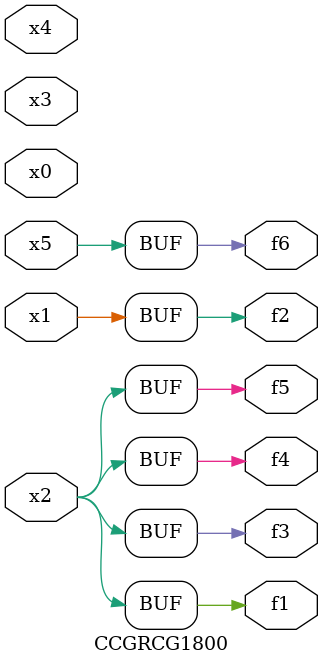
<source format=v>
module CCGRCG1800(
	input x0, x1, x2, x3, x4, x5,
	output f1, f2, f3, f4, f5, f6
);
	assign f1 = x2;
	assign f2 = x1;
	assign f3 = x2;
	assign f4 = x2;
	assign f5 = x2;
	assign f6 = x5;
endmodule

</source>
